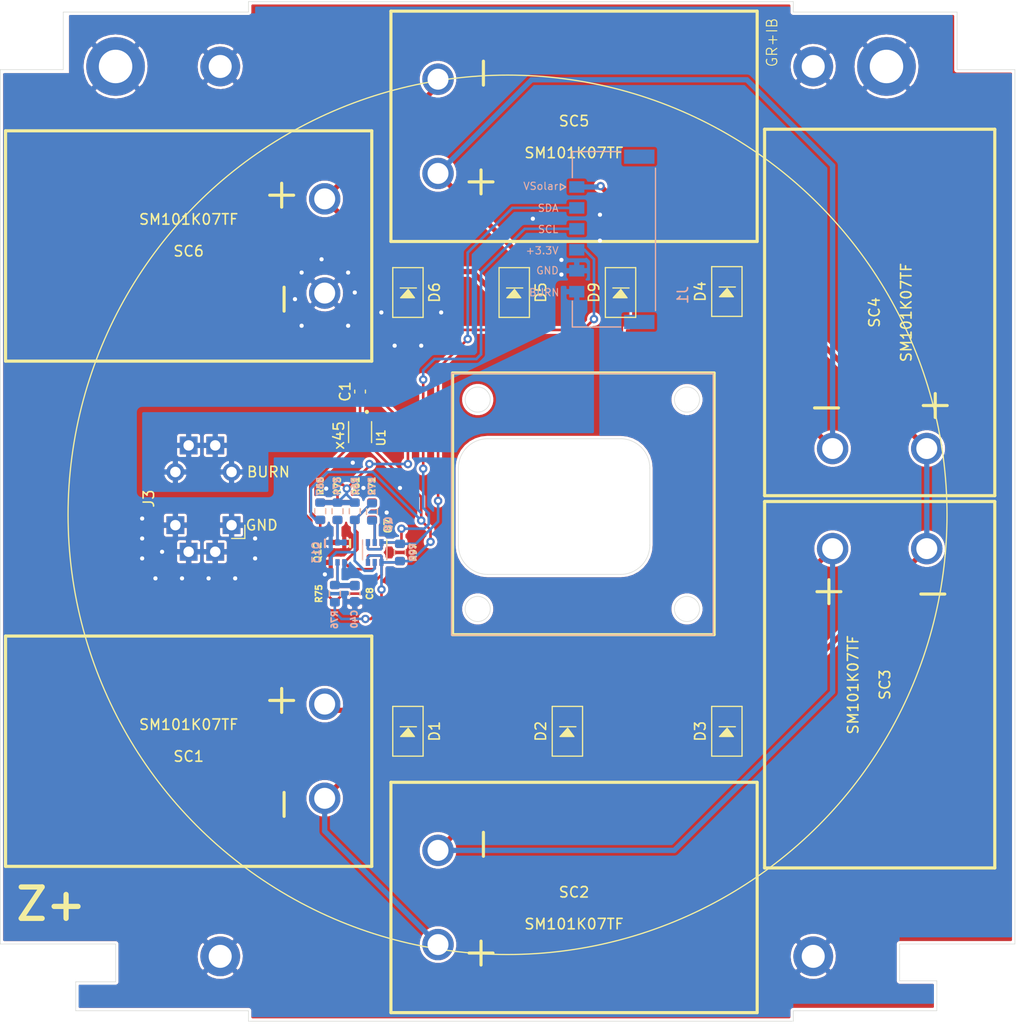
<source format=kicad_pcb>
(kicad_pcb (version 20171130) (host pcbnew "(5.1.10)-1")
  (layers (0 F.Cu signal) (31 B.Cu signal) (34 B.Paste user hide) (35 F.Paste user hide) (36 B.SilkS user) (37 F.SilkS user) (38 B.Mask user hide) (39 F.Mask user hide) (44 Edge.Cuts user))
  (net 0 "")
  (net 1 "Net-(D1-Pad2)")
  (net 2 "Net-(D1-Pad1)")
  (net 3 "Net-(D2-Pad2)")
  (net 4 "Net-(D3-Pad2)")
  (net 5 "Net-(D4-Pad2)")
  (net 6 "Net-(D5-Pad2)")
  (net 7 GND)
  (net 8 VSOLAR)
  (net 9 +3V3)
  (net 10 SDA)
  (net 11 SCL)
  (net 12 BURN)
  (net 13 "Net-(C8-Pad1)")
  (net 14 "Net-(C40-Pad1)")
  (net 15 "Net-(Q12-Pad6)")
  (net 16 "Net-(Q7-Pad2)")
  (net 17 SCL_SUN)
  (net 18 "Net-(Q13-Pad6)")
  (net 19 "Net-(Q8-Pad2)")
  (net 20 SDA_SUN)
  (net 21 "Net-(Q12-Pad2)")
  (net 22 "Net-(Q13-Pad2)")
  (module sapling:CoralCamera (layer F.Cu) (at 156.464 81.3435)
    (fp_text reference REF** hide)
    (fp_text value CoralCamera)
  )
  (module sapling:DO-214AC (layer F.Cu) (at 160.02 74.93 270)
    (fp_text reference D9 (at 0 2.54 90) (layer F.SilkS))
    (fp_text value CDBA240LL-HF)
    (pad 2 smd rect (at 2 0 270) (size 2.5 1.7) (layers F.Cu F.Paste F.Mask) (net 2 "Net-(D1-Pad1)"))
    (pad 1 smd rect (at -2 0 270) (size 2.5 1.7) (layers F.Cu F.Paste F.Mask) (net 8 VSOLAR))
  )
  (module MountingHole:MountingHole_2.2mm_M2_DIN965_Pad_TopBottom (layer F.Cu) (at 121.76 53.34)
    (fp_text reference H6)
    (fp_text value MountingHole_Pad)
    (pad 1 connect circle (at 0 0) (size 3.8 3.8) (layers B.Cu B.Mask) (net 7 GND))
    (pad 1 connect circle (at 0 0) (size 3.8 3.8) (layers F.Cu F.Mask) (net 7 GND))
    (pad 1 thru_hole circle (at 0 0) (size 2.6 2.6) (drill 2.2) (layers *.Cu *.Mask) (net 7 GND))
  )
  (module MountingHole:MountingHole_2.2mm_M2_DIN965_Pad_TopBottom (layer F.Cu) (at 178.434 138.34)
    (fp_text reference H5)
    (fp_text value MountingHole_Pad)
    (pad 1 connect circle (at 0 0) (size 3.8 3.8) (layers B.Cu B.Mask) (net 7 GND))
    (pad 1 connect circle (at 0 0) (size 3.8 3.8) (layers F.Cu F.Mask) (net 7 GND))
    (pad 1 thru_hole circle (at 0 0) (size 2.6 2.6) (drill 2.2) (layers *.Cu *.Mask) (net 7 GND))
  )
  (module MountingHole:MountingHole_2.2mm_M2_DIN965_Pad_TopBottom (layer F.Cu) (at 178.434 53.34)
    (fp_text reference H4)
    (fp_text value MountingHole_Pad)
    (pad 1 connect circle (at 0 0) (size 3.8 3.8) (layers B.Cu B.Mask) (net 7 GND))
    (pad 1 connect circle (at 0 0) (size 3.8 3.8) (layers F.Cu F.Mask) (net 7 GND))
    (pad 1 thru_hole circle (at 0 0) (size 2.6 2.6) (drill 2.2) (layers *.Cu *.Mask) (net 7 GND))
  )
  (module MountingHole:MountingHole_2.2mm_M2_DIN965_Pad_TopBottom (layer F.Cu) (at 121.76 138.34)
    (fp_text reference H3)
    (fp_text value MountingHole_Pad)
    (pad 1 connect circle (at 0 0) (size 3.8 3.8) (layers B.Cu B.Mask) (net 7 GND))
    (pad 1 connect circle (at 0 0) (size 3.8 3.8) (layers F.Cu F.Mask) (net 7 GND))
    (pad 1 thru_hole circle (at 0 0) (size 2.6 2.6) (drill 2.2) (layers *.Cu *.Mask) (net 7 GND))
  )
  (module sapling:SM101K07TF (layer F.Cu) (at 184.785 76.835 270)
    (fp_text reference SC4 (at 0 0.5 90) (layer F.SilkS))
    (fp_text value SM101K07TF (at 0 -2.54 90) (layer F.SilkS))
    (fp_text user - (at 8.89 5.08) (layer F.SilkS) (effects (font (size 3 3) (thickness 0.3))))
    (fp_text user + (at 8.89 -5.08 90) (layer F.SilkS) (effects (font (size 3 3) (thickness 0.3))))
    (pad 2 thru_hole circle (at 13 4.5 270) (size 3 3) (drill 2) (layers *.Cu *.Mask) (net 5 "Net-(D4-Pad2)"))
    (pad 1 thru_hole circle (at 13 -4.5 270) (size 3 3) (drill 2) (layers *.Cu *.Mask) (net 4 "Net-(D3-Pad2)"))
  )
  (module sapling:SM101K07TF (layer F.Cu) (at 184.785 112.395 90)
    (fp_text reference SC3 (at 0 0.5 90) (layer F.SilkS))
    (fp_text value SM101K07TF (at 0 -2.54 90) (layer F.SilkS))
    (fp_text user - (at 8.89 5.08) (layer F.SilkS) (effects (font (size 3 3) (thickness 0.3))))
    (fp_text user + (at 8.89 -5.08 90) (layer F.SilkS) (effects (font (size 3 3) (thickness 0.3))))
    (pad 2 thru_hole circle (at 13 4.5 90) (size 3 3) (drill 2) (layers *.Cu *.Mask) (net 4 "Net-(D3-Pad2)"))
    (pad 1 thru_hole circle (at 13 -4.5 90) (size 3 3) (drill 2) (layers *.Cu *.Mask) (net 3 "Net-(D2-Pad2)"))
  )
  (module sapling:SM101K07TF (layer F.Cu) (at 155.575 132.715 180)
    (fp_text reference SC2 (at 0 0.5) (layer F.SilkS))
    (fp_text value SM101K07TF (at 0 -2.54) (layer F.SilkS))
    (fp_text user - (at 8.89 5.08 90) (layer F.SilkS) (effects (font (size 3 3) (thickness 0.3))))
    (fp_text user + (at 8.89 -5.08) (layer F.SilkS) (effects (font (size 3 3) (thickness 0.3))))
    (pad 2 thru_hole circle (at 13 4.5 180) (size 3 3) (drill 2) (layers *.Cu *.Mask) (net 3 "Net-(D2-Pad2)"))
    (pad 1 thru_hole circle (at 13 -4.5 180) (size 3 3) (drill 2) (layers *.Cu *.Mask) (net 1 "Net-(D1-Pad2)"))
  )
  (module sapling:SM101K07TF (layer F.Cu) (at 118.745 118.745)
    (fp_text reference SC1 (at 0 0.5) (layer F.SilkS))
    (fp_text value SM101K07TF (at 0 -2.54) (layer F.SilkS))
    (fp_text user - (at 8.89 5.08 90) (layer F.SilkS) (effects (font (size 3 3) (thickness 0.3))))
    (fp_text user + (at 8.89 -5.08) (layer F.SilkS) (effects (font (size 3 3) (thickness 0.3))))
    (pad 2 thru_hole circle (at 13 4.5) (size 3 3) (drill 2) (layers *.Cu *.Mask) (net 1 "Net-(D1-Pad2)"))
    (pad 1 thru_hole circle (at 13 -4.5) (size 3 3) (drill 2) (layers *.Cu *.Mask) (net 2 "Net-(D1-Pad1)"))
  )
  (module MountingHole:MountingHole_3.2mm_M3_DIN965_Pad_TopBottom (layer F.Cu) (at 111.76 53.34)
    (fp_text reference H2)
    (fp_text value MountingHole_Pad)
    (pad 1 connect circle (at 0 0) (size 5.6 5.6) (layers B.Cu B.Mask) (net 7 GND))
    (pad 1 connect circle (at 0 0) (size 5.6 5.6) (layers F.Cu F.Mask) (net 7 GND))
    (pad 1 thru_hole circle (at 0 0) (size 3.6 3.6) (drill 3.2) (layers *.Cu *.Mask) (net 7 GND))
  )
  (module MountingHole:MountingHole_3.2mm_M3_DIN965_Pad_TopBottom (layer F.Cu) (at 185.434 53.34)
    (fp_text reference H1)
    (fp_text value MountingHole_Pad)
    (pad 1 connect circle (at 0 0) (size 5.6 5.6) (layers B.Cu B.Mask) (net 7 GND))
    (pad 1 connect circle (at 0 0) (size 5.6 5.6) (layers F.Cu F.Mask) (net 7 GND))
    (pad 1 thru_hole circle (at 0 0) (size 3.6 3.6) (drill 3.2) (layers *.Cu *.Mask) (net 7 GND))
  )
  (module sapling:DO-214AC (layer F.Cu) (at 170.18 74.835 270)
    (fp_text reference D4 (at 0 2.54 90) (layer F.SilkS))
    (fp_text value CDBA240LL-HF)
    (pad 2 smd rect (at 2 0 270) (size 2.5 1.7) (layers F.Cu F.Paste F.Mask) (net 5 "Net-(D4-Pad2)"))
    (pad 1 smd rect (at -2 0 270) (size 2.5 1.7) (layers F.Cu F.Paste F.Mask) (net 4 "Net-(D3-Pad2)"))
  )
  (module sapling:DO-214AC (layer F.Cu) (at 139.7 116.84 270)
    (fp_text reference D1 (at 0 -2.54 90) (layer F.SilkS))
    (fp_text value CDBA240LL-HF)
    (pad 2 smd rect (at 2 0 270) (size 2.5 1.7) (layers F.Cu F.Paste F.Mask) (net 1 "Net-(D1-Pad2)"))
    (pad 1 smd rect (at -2 0 270) (size 2.5 1.7) (layers F.Cu F.Paste F.Mask) (net 2 "Net-(D1-Pad1)"))
  )
  (module sapling:SM101K07TF (layer F.Cu) (at 118.745 70.485)
    (fp_text reference SC6 (at 0 0.5) (layer F.SilkS))
    (fp_text value SM101K07TF (at 0 -2.54) (layer F.SilkS))
    (fp_text user - (at 8.89 5.08 90) (layer F.SilkS) (effects (font (size 3 3) (thickness 0.3))))
    (fp_text user + (at 8.89 -5.08) (layer F.SilkS) (effects (font (size 3 3) (thickness 0.3))))
    (pad 2 thru_hole circle (at 13 4.5) (size 3 3) (drill 2) (layers *.Cu *.Mask) (net 7 GND))
    (pad 1 thru_hole circle (at 13 -4.5) (size 3 3) (drill 2) (layers *.Cu *.Mask) (net 6 "Net-(D5-Pad2)"))
  )
  (module sapling:SM101K07TF (layer F.Cu) (at 155.575 59.055 180)
    (fp_text reference SC5 (at 0 0.5) (layer F.SilkS))
    (fp_text value SM101K07TF (at 0 -2.54) (layer F.SilkS))
    (fp_text user - (at 8.89 5.08 90) (layer F.SilkS) (effects (font (size 3 3) (thickness 0.3))))
    (fp_text user + (at 8.89 -5.08) (layer F.SilkS) (effects (font (size 3 3) (thickness 0.3))))
    (pad 2 thru_hole circle (at 13 4.5 180) (size 3 3) (drill 2) (layers *.Cu *.Mask) (net 6 "Net-(D5-Pad2)"))
    (pad 1 thru_hole circle (at 13 -4.5 180) (size 3 3) (drill 2) (layers *.Cu *.Mask) (net 5 "Net-(D4-Pad2)"))
  )
  (module sapling:DO-214AC (layer F.Cu) (at 139.7 74.93 270)
    (fp_text reference D6 (at 0 -2.54 270) (layer F.SilkS))
    (fp_text value CDBA240LL-HF)
    (pad 2 smd rect (at 2 0 270) (size 2.5 1.7) (layers F.Cu F.Paste F.Mask) (net 7 GND))
    (pad 1 smd rect (at -2 0 270) (size 2.5 1.7) (layers F.Cu F.Paste F.Mask) (net 6 "Net-(D5-Pad2)"))
  )
  (module sapling:DO-214AC (layer F.Cu) (at 149.86 74.93 270)
    (fp_text reference D5 (at 0 -2.54 90) (layer F.SilkS))
    (fp_text value CDBA240LL-HF)
    (pad 2 smd rect (at 2 0 270) (size 2.5 1.7) (layers F.Cu F.Paste F.Mask) (net 6 "Net-(D5-Pad2)"))
    (pad 1 smd rect (at -2 0 270) (size 2.5 1.7) (layers F.Cu F.Paste F.Mask) (net 5 "Net-(D4-Pad2)"))
  )
  (module sapling:DO-214AC (layer F.Cu) (at 170.18 116.84 270)
    (fp_text reference D3 (at 0 2.54 270) (layer F.SilkS))
    (fp_text value CDBA240LL-HF)
    (pad 2 smd rect (at 2 0 270) (size 2.5 1.7) (layers F.Cu F.Paste F.Mask) (net 4 "Net-(D3-Pad2)"))
    (pad 1 smd rect (at -2 0 270) (size 2.5 1.7) (layers F.Cu F.Paste F.Mask) (net 3 "Net-(D2-Pad2)"))
  )
  (module Capacitor_SMD:C_0603_1608Metric (layer B.Cu) (at 134.62 103.6955 270)
    (fp_text reference C40 (at 2.4384 0.0508 90) (layer B.SilkS) (effects (font (size 0.6 0.6)) (justify mirror)))
    (fp_text value 10nF)
    (pad 1 smd roundrect (at -0.775 0 270) (size 0.9 0.95) (layers B.Cu B.Paste B.Mask) (net 14 "Net-(C40-Pad1)"))
    (pad 2 smd roundrect (at 0.775 0 270) (size 0.9 0.95) (layers B.Cu B.Paste B.Mask) (net 7 GND))
  )
  (module sapling:BSS138DWQ-7 (layer F.Cu) (at 132.969 99.7585 270)
    (fp_text reference Q12 (at 0 1.905 90) (layer F.SilkS) (effects (font (size 0.7 0.7) (thickness 0.127))))
    (fp_text value BSS138DWQ-7 hide)
    (pad 1 smd rect (at -0.95 -0.65) (size 0.4 0.6) (layers F.Cu F.Paste F.Mask) (net 7 GND))
    (pad 2 smd rect (at -0.95 0) (size 0.4 0.6) (layers F.Cu F.Paste F.Mask) (net 21 "Net-(Q12-Pad2)"))
    (pad 3 smd rect (at -0.95 0.65) (size 0.4 0.6) (layers F.Cu F.Paste F.Mask) (net 21 "Net-(Q12-Pad2)"))
    (pad 4 smd rect (at 0.95 0.65) (size 0.4 0.6) (layers F.Cu F.Paste F.Mask) (net 7 GND))
    (pad 5 smd rect (at 0.95 0) (size 0.4 0.6) (layers F.Cu F.Paste F.Mask) (net 13 "Net-(C8-Pad1)"))
    (pad 6 smd rect (at 0.95 -0.65) (size 0.4 0.6) (layers F.Cu F.Paste F.Mask) (net 15 "Net-(Q12-Pad6)"))
  )
  (module Capacitor_SMD:C_0603_1608Metric (layer F.Cu) (at 134.62 103.6955 270)
    (fp_text reference C8 (at 0 -1.43 90) (layer F.SilkS) (effects (font (size 0.6 0.6))))
    (fp_text value 10nF)
    (pad 1 smd roundrect (at -0.775 0 270) (size 0.9 0.95) (layers F.Cu F.Paste F.Mask) (net 13 "Net-(C8-Pad1)"))
    (pad 2 smd roundrect (at 0.775 0 270) (size 0.9 0.95) (layers F.Cu F.Paste F.Mask) (net 7 GND))
  )
  (module Package_TO_SOT_SMD:SOT-363_SC-70-6 (layer F.Cu) (at 136.525 99.7585 270)
    (fp_text reference Q7 (at -2.54 -1.27 90) (layer F.SilkS) (effects (font (size 0.7 0.7))))
    (fp_text value MBT2222ADW1T1)
    (pad 1 smd rect (at -0.95 -0.65 270) (size 0.65 0.4) (layers F.Cu F.Paste F.Mask) (net 11 SCL))
    (pad 3 smd rect (at -0.95 0.65 270) (size 0.65 0.4) (layers F.Cu F.Paste F.Mask) (net 11 SCL))
    (pad 5 smd rect (at 0.95 0 270) (size 0.65 0.4) (layers F.Cu F.Paste F.Mask) (net 15 "Net-(Q12-Pad6)"))
    (pad 2 smd rect (at -0.95 0 270) (size 0.65 0.4) (layers F.Cu F.Paste F.Mask) (net 16 "Net-(Q7-Pad2)"))
    (pad 4 smd rect (at 0.95 0.65 270) (size 0.65 0.4) (layers F.Cu F.Paste F.Mask) (net 17 SCL_SUN))
    (pad 6 smd rect (at 0.95 -0.65 270) (size 0.65 0.4) (layers F.Cu F.Paste F.Mask) (net 17 SCL_SUN))
  )
  (module Package_TO_SOT_SMD:SOT-363_SC-70-6 (layer B.Cu) (at 136.525 99.7585 270)
    (fp_text reference Q8 (at -2.7178 -1.2954 90) (layer B.SilkS) (effects (font (size 0.7 0.7)) (justify mirror)))
    (fp_text value MBT2222ADW1T1)
    (pad 1 smd rect (at -0.95 0.65 270) (size 0.65 0.4) (layers B.Cu B.Paste B.Mask) (net 10 SDA))
    (pad 3 smd rect (at -0.95 -0.65 270) (size 0.65 0.4) (layers B.Cu B.Paste B.Mask) (net 10 SDA))
    (pad 5 smd rect (at 0.95 0 270) (size 0.65 0.4) (layers B.Cu B.Paste B.Mask) (net 18 "Net-(Q13-Pad6)"))
    (pad 2 smd rect (at -0.95 0 270) (size 0.65 0.4) (layers B.Cu B.Paste B.Mask) (net 19 "Net-(Q8-Pad2)"))
    (pad 4 smd rect (at 0.95 -0.65 270) (size 0.65 0.4) (layers B.Cu B.Paste B.Mask) (net 20 SDA_SUN))
    (pad 6 smd rect (at 0.95 0.65 270) (size 0.65 0.4) (layers B.Cu B.Paste B.Mask) (net 20 SDA_SUN))
  )
  (module Resistor_SMD:R_0603_1608Metric (layer B.Cu) (at 134.62 95.8215 270)
    (fp_text reference R62 (at -2.3876 0 90) (layer B.SilkS) (effects (font (size 0.6 0.6)) (justify mirror)))
    (fp_text value 10K)
    (pad 1 smd roundrect (at -0.825 0 270) (size 0.8 0.95) (layers B.Cu B.Paste B.Mask) (net 9 +3V3))
    (pad 2 smd roundrect (at 0.825 0 270) (size 0.8 0.95) (layers B.Cu B.Paste B.Mask) (net 18 "Net-(Q13-Pad6)"))
  )
  (module sapling:BSS138DWQ-7 (layer B.Cu) (at 132.969 99.7585 270)
    (fp_text reference Q13 (at 0 2.06 90) (layer B.SilkS) (effects (font (size 0.7 0.7) (thickness 0.127)) (justify mirror)))
    (fp_text value BSS138DWQ-7 hide)
    (pad 1 smd rect (at -0.95 0.65 180) (size 0.4 0.6) (layers B.Cu B.Paste B.Mask) (net 7 GND))
    (pad 2 smd rect (at -0.95 0 180) (size 0.4 0.6) (layers B.Cu B.Paste B.Mask) (net 22 "Net-(Q13-Pad2)"))
    (pad 3 smd rect (at -0.95 -0.65 180) (size 0.4 0.6) (layers B.Cu B.Paste B.Mask) (net 22 "Net-(Q13-Pad2)"))
    (pad 4 smd rect (at 0.95 -0.65 180) (size 0.4 0.6) (layers B.Cu B.Paste B.Mask) (net 7 GND))
    (pad 5 smd rect (at 0.95 0 180) (size 0.4 0.6) (layers B.Cu B.Paste B.Mask) (net 14 "Net-(C40-Pad1)"))
    (pad 6 smd rect (at 0.95 0.65 180) (size 0.4 0.6) (layers B.Cu B.Paste B.Mask) (net 18 "Net-(Q13-Pad6)"))
  )
  (module Resistor_SMD:R_0603_1608Metric (layer F.Cu) (at 134.62 95.8215 270)
    (fp_text reference R61 (at -2.413 -0.127 90) (layer F.SilkS) (effects (font (size 0.6 0.6))))
    (fp_text value 10K)
    (pad 1 smd roundrect (at -0.825 0 270) (size 0.8 0.95) (layers F.Cu F.Paste F.Mask) (net 9 +3V3))
    (pad 2 smd roundrect (at 0.825 0 270) (size 0.8 0.95) (layers F.Cu F.Paste F.Mask) (net 15 "Net-(Q12-Pad6)"))
  )
  (module Resistor_SMD:R_0603_1608Metric (layer F.Cu) (at 131.318 95.8215 270)
    (fp_text reference R66 (at -2.413 0 90) (layer F.SilkS) (effects (font (size 0.6 0.6))))
    (fp_text value 10K)
    (pad 1 smd roundrect (at -0.825 0 270) (size 0.8 0.95) (layers F.Cu F.Paste F.Mask) (net 9 +3V3))
    (pad 2 smd roundrect (at 0.825 0 270) (size 0.8 0.95) (layers F.Cu F.Paste F.Mask) (net 17 SCL_SUN))
  )
  (module Resistor_SMD:R_0603_1608Metric (layer B.Cu) (at 132.969 95.8215 270)
    (fp_text reference R74 (at -2.3876 0.0762 90) (layer B.SilkS) (effects (font (size 0.6 0.6)) (justify mirror)))
    (fp_text value 100K)
    (pad 1 smd roundrect (at -0.825 0 270) (size 0.8 0.95) (layers B.Cu B.Paste B.Mask) (net 9 +3V3))
    (pad 2 smd roundrect (at 0.825 0 270) (size 0.8 0.95) (layers B.Cu B.Paste B.Mask) (net 22 "Net-(Q13-Pad2)"))
  )
  (module Resistor_SMD:R_0603_1608Metric (layer B.Cu) (at 132.715 103.6955 90)
    (fp_text reference R76 (at -2.4892 -0.0254 90) (layer B.SilkS) (effects (font (size 0.6 0.6)) (justify mirror)))
    (fp_text value 200K)
    (pad 1 smd roundrect (at -0.825 0 90) (size 0.8 0.95) (layers B.Cu B.Paste B.Mask) (net 20 SDA_SUN))
    (pad 2 smd roundrect (at 0.825 0 90) (size 0.8 0.95) (layers B.Cu B.Paste B.Mask) (net 14 "Net-(C40-Pad1)"))
  )
  (module Resistor_SMD:R_0603_1608Metric (layer F.Cu) (at 138.938 99.7585 90)
    (fp_text reference R97 (at 0 1.27 90) (layer F.SilkS) (effects (font (size 0.6 0.6))))
    (fp_text value 0)
    (pad 1 smd roundrect (at -0.825 0 90) (size 0.8 0.95) (layers F.Cu F.Paste F.Mask) (net 17 SCL_SUN))
    (pad 2 smd roundrect (at 0.825 0 90) (size 0.8 0.95) (layers F.Cu F.Paste F.Mask) (net 11 SCL))
  )
  (module Resistor_SMD:R_0603_1608Metric (layer B.Cu) (at 136.271 95.8845 90)
    (fp_text reference R72 (at 2.4506 -0.0254 90) (layer B.SilkS) (effects (font (size 0.6 0.6)) (justify mirror)))
    (fp_text value 680)
    (pad 1 smd roundrect (at -0.825 0 90) (size 0.8 0.95) (layers B.Cu B.Paste B.Mask) (net 19 "Net-(Q8-Pad2)"))
    (pad 2 smd roundrect (at 0.825 0 90) (size 0.8 0.95) (layers B.Cu B.Paste B.Mask) (net 18 "Net-(Q13-Pad6)"))
  )
  (module Resistor_SMD:R_0603_1608Metric (layer F.Cu) (at 132.969 95.8215 270)
    (fp_text reference R73 (at -2.413 0 90) (layer F.SilkS) (effects (font (size 0.6 0.6))))
    (fp_text value 100K)
    (pad 1 smd roundrect (at -0.825 0 270) (size 0.8 0.95) (layers F.Cu F.Paste F.Mask) (net 9 +3V3))
    (pad 2 smd roundrect (at 0.825 0 270) (size 0.8 0.95) (layers F.Cu F.Paste F.Mask) (net 21 "Net-(Q12-Pad2)"))
  )
  (module Resistor_SMD:R_0603_1608Metric (layer B.Cu) (at 131.318 95.8215 270)
    (fp_text reference R67 (at -2.3876 0 90) (layer B.SilkS) (effects (font (size 0.6 0.6)) (justify mirror)))
    (fp_text value 10K)
    (pad 1 smd roundrect (at -0.825 0 270) (size 0.8 0.95) (layers B.Cu B.Paste B.Mask) (net 9 +3V3))
    (pad 2 smd roundrect (at 0.825 0 270) (size 0.8 0.95) (layers B.Cu B.Paste B.Mask) (net 20 SDA_SUN))
  )
  (module Resistor_SMD:R_0603_1608Metric (layer F.Cu) (at 132.715 103.6955 90)
    (fp_text reference R75 (at 0 -1.524 90) (layer F.SilkS) (effects (font (size 0.6 0.6))))
    (fp_text value 200K)
    (pad 1 smd roundrect (at -0.825 0 90) (size 0.8 0.95) (layers F.Cu F.Paste F.Mask) (net 17 SCL_SUN))
    (pad 2 smd roundrect (at 0.825 0 90) (size 0.8 0.95) (layers F.Cu F.Paste F.Mask) (net 13 "Net-(C8-Pad1)"))
  )
  (module Resistor_SMD:R_0603_1608Metric (layer B.Cu) (at 138.938 99.7585 90)
    (fp_text reference R98 (at 0.0254 1.2192 90) (layer B.SilkS) (effects (font (size 0.6 0.6)) (justify mirror)))
    (fp_text value 0)
    (pad 1 smd roundrect (at -0.825 0 90) (size 0.8 0.95) (layers B.Cu B.Paste B.Mask) (net 20 SDA_SUN))
    (pad 2 smd roundrect (at 0.825 0 90) (size 0.8 0.95) (layers B.Cu B.Paste B.Mask) (net 10 SDA))
  )
  (module Resistor_SMD:R_0603_1608Metric (layer F.Cu) (at 136.271 95.8215 90)
    (fp_text reference R71 (at 2.413 0 90) (layer F.SilkS) (effects (font (size 0.6 0.6))))
    (fp_text value 680)
    (pad 1 smd roundrect (at -0.825 0 90) (size 0.8 0.95) (layers F.Cu F.Paste F.Mask) (net 16 "Net-(Q7-Pad2)"))
    (pad 2 smd roundrect (at 0.825 0 90) (size 0.8 0.95) (layers F.Cu F.Paste F.Mask) (net 15 "Net-(Q12-Pad6)"))
  )
  (module sapling:Burn_Wire_Connection (layer F.Cu) (at 125.095 100.965 180)
    (fp_text reference J3 (at 10.16 6.35 90) (layer F.SilkS))
    (fp_text value Conn_01x02)
    (fp_text user BURN (at -1.27 8.89) (layer F.SilkS))
    (fp_text user GND (at -0.635 3.81) (layer F.SilkS))
    (pad 1 thru_hole rect (at 7.62 3.81 180) (size 1.7 1.7) (drill 1) (layers *.Cu *.Mask) (net 7 GND))
    (pad 2 thru_hole oval (at 7.62 8.89 180) (size 1.7 1.7) (drill 1) (layers *.Cu *.Mask) (net 12 BURN))
    (pad 2 thru_hole rect (at 6.35 11.43 180) (size 1.7 1.7) (drill 1) (layers *.Cu *.Mask) (net 12 BURN))
    (pad 2 thru_hole rect (at 3.81 11.43 180) (size 1.7 1.7) (drill 1) (layers *.Cu *.Mask) (net 12 BURN))
    (pad 1 thru_hole rect (at 6.35 1.27 180) (size 1.7 1.7) (drill 1) (layers *.Cu *.Mask) (net 7 GND))
    (pad 1 thru_hole rect (at 3.81 1.27 180) (size 1.7 1.7) (drill 1) (layers *.Cu *.Mask) (net 7 GND))
    (pad 1 thru_hole rect (at 2.25 3.81 180) (size 1.7 1.7) (drill 1) (layers *.Cu *.Mask) (net 7 GND))
    (pad 2 thru_hole oval (at 2.25 8.89 180) (size 1.7 1.7) (drill 1) (layers *.Cu *.Mask) (net 12 BURN))
  )
  (module sapling:OPT3001 (layer F.Cu) (at 135.128 88.265 270)
    (fp_text reference U1 (at 0.54 -2.008 90) (layer F.SilkS) (effects (font (size 0.8 0.8))))
    (fp_text value OPT3001DNPT)
    (pad 1 smd rect (at -0.995 -0.65 270) (size 0.74 0.27) (layers F.Cu F.Paste F.Mask) (net 9 +3V3))
    (pad 2 smd rect (at -0.995 0 270) (size 0.74 0.27) (layers F.Cu F.Paste F.Mask) (net 9 +3V3))
    (pad 3 smd rect (at -0.995 0.65 270) (size 0.74 0.27) (layers F.Cu F.Paste F.Mask) (net 7 GND))
    (pad 4 smd rect (at 0.995 0.65 270) (size 0.74 0.27) (layers F.Cu F.Paste F.Mask) (net 17 SCL_SUN))
    (pad 5 smd rect (at 0.995 0 270) (size 0.74 0.27) (layers F.Cu F.Paste F.Mask))
    (pad 6 smd rect (at 0.995 -0.65 270) (size 0.74 0.27) (layers F.Cu F.Paste F.Mask) (net 20 SDA_SUN))
    (pad 7 smd rect (at 0 0 270) (size 0.65 1.35) (layers F.Cu F.Mask) (net 7 GND))
  )
  (module Capacitor_SMD:C_0603_1608Metric (layer F.Cu) (at 135.128 84.3915 90)
    (fp_text reference C1 (at 0 -1.43 90) (layer F.SilkS))
    (fp_text value 100nF)
    (pad 2 smd roundrect (at 0.775 0 90) (size 0.9 0.95) (layers F.Cu F.Paste F.Mask) (net 7 GND))
    (pad 1 smd roundrect (at -0.775 0 90) (size 0.9 0.95) (layers F.Cu F.Paste F.Mask) (net 9 +3V3))
  )
  (module sapling:MOLEX_2053380006 (layer B.Cu) (at 159.385 69.85 90)
    (fp_text reference J1 (at -5.325 6.585 90) (layer B.SilkS) (effects (justify mirror)))
    (fp_text value Conn_01x06)
    (pad 1 smd rect (at 5 -3.55 90) (size 1.1 1.45) (layers B.Cu B.Paste) (net 8 VSOLAR))
    (pad S2 smd rect (at -7.895 2.425 90) (size 1.35 2.9) (layers B.Cu B.Paste))
    (pad S1 smd rect (at 7.895 2.425 90) (size 1.35 2.9) (layers B.Cu B.Paste))
    (pad 2 smd rect (at 3 -3.55 90) (size 1.1 1.45) (layers B.Cu B.Paste) (net 10 SDA))
    (pad 3 smd rect (at 1 -3.55 90) (size 1.1 1.45) (layers B.Cu B.Paste) (net 11 SCL))
    (pad 4 smd rect (at -1 -3.55 90) (size 1.1 1.45) (layers B.Cu B.Paste) (net 9 +3V3))
    (pad 5 smd rect (at -3 -3.55 90) (size 1.1 1.45) (layers B.Cu B.Paste) (net 7 GND))
    (pad 6 smd rect (at -5 -3.55 90) (size 1.1 1.45) (layers B.Cu B.Paste) (net 12 BURN))
  )
  (module sapling:DO-214AC (layer F.Cu) (at 154.94 116.84 270)
    (fp_text reference D2 (at 0 2.54 270) (layer F.SilkS))
    (fp_text value CDBA240LL-HF)
    (pad 2 smd rect (at 2 0 270) (size 2.5 1.7) (layers F.Cu F.Paste F.Mask) (net 3 "Net-(D2-Pad2)"))
    (pad 1 smd rect (at -2 0 270) (size 2.5 1.7) (layers F.Cu F.Paste F.Mask) (net 1 "Net-(D1-Pad2)"))
  )
  (gr_text x45 (at 133.096 88.5825 90) (layer F.SilkS) (effects (font (size 1 1))))
  (gr_text GR+IB (at 174.498 51.054 90) (layer F.SilkS) (effects (font (size 1 1) (thickness 0.1))))
  (gr_arc (start 160.02 99.06) (end 160.02 101.854) (angle -90) (layer Edge.Cuts) (width 0.05))
  (gr_arc (start 160.02 91.694) (end 162.814 91.694) (angle -90) (layer Edge.Cuts) (width 0.05))
  (gr_arc (start 147.32 91.694) (end 147.32 88.9) (angle -90) (layer Edge.Cuts) (width 0.05))
  (gr_arc (start 147.32 99.06) (end 144.526 99.06) (angle -90) (layer Edge.Cuts) (width 0.05))
  (gr_line (start 162.814 99.06) (end 162.814 91.694) (layer Edge.Cuts) (width 0.05))
  (gr_line (start 147.32 101.854) (end 160.02 101.854) (layer Edge.Cuts) (width 0.05))
  (gr_line (start 144.526 91.694) (end 144.526 99.06) (layer Edge.Cuts) (width 0.05))
  (gr_line (start 160.02 88.9) (end 147.32 88.9) (layer Edge.Cuts) (width 0.05))
  (gr_line (start 143.87 82.655) (end 168.87 82.655) (layer B.SilkS) (width 0.12))
  (gr_line (start 143.87 107.655) (end 168.87 107.655) (layer B.SilkS) (width 0.12))
  (gr_line (start 168.87 107.655) (end 168.87 82.655) (layer B.SilkS) (width 0.12))
  (gr_line (start 143.87 107.655) (end 143.87 82.655) (layer B.SilkS) (width 0.12))
  (gr_text BURN (at 152.7175 74.93) (layer B.SilkS) (effects (font (size 0.7 0.7) (thickness 0.1))))
  (gr_text GND (at 153.035 72.8345) (layer B.SilkS) (effects (font (size 0.7 0.7) (thickness 0.1))))
  (gr_text +3.3V (at 152.527 70.9295) (layer B.SilkS) (effects (font (size 0.7 0.7) (thickness 0.1))))
  (gr_text SCL (at 153.0985 68.8975) (layer B.SilkS) (effects (font (size 0.7 0.7) (thickness 0.1))))
  (gr_text SDA (at 153.0985 66.8655) (layer B.SilkS) (effects (font (size 0.7 0.7) (thickness 0.1))))
  (gr_text VSolar (at 152.4 64.77) (layer B.SilkS) (effects (font (size 0.7 0.7) (thickness 0.1))))
  (gr_circle (center 146.37 105.155) (end 147.57 105.155) (layer Edge.Cuts) (width 0.05))
  (gr_circle (center 166.37 105.155) (end 167.57 105.155) (layer Edge.Cuts) (width 0.05))
  (gr_circle (center 166.37 85.155) (end 167.57 85.155) (layer Edge.Cuts) (width 0.05))
  (gr_circle (center 146.37 85.155) (end 147.57 85.155) (layer Edge.Cuts) (width 0.05))
  (gr_line (start 176.53 143.538) (end 186.69 143.538) (layer Edge.Cuts) (width 0.05))
  (gr_line (start 107.95 143.538) (end 124.46 143.538) (layer Edge.Cuts) (width 0.05))
  (gr_line (start 176.53 144.538) (end 124.46 144.538) (layer Edge.Cuts) (width 0.05))
  (gr_line (start 124.46 144.538) (end 124.46 143.538) (layer Edge.Cuts) (width 0.05))
  (gr_line (start 176.53 143.538) (end 176.53 144.538) (layer Edge.Cuts) (width 0.05))
  (gr_line (start 176.53 48.14) (end 192.184 48.14) (layer Edge.Cuts) (width 0.05))
  (gr_line (start 176.53 47.14) (end 176.53 48.14) (layer Edge.Cuts) (width 0.05))
  (gr_line (start 124.46 47.14) (end 176.53 47.14) (layer Edge.Cuts) (width 0.05))
  (gr_line (start 124.46 48.14) (end 124.46 47.14) (layer Edge.Cuts) (width 0.05))
  (gr_text Z+ (at 105.6005 133.35) (layer F.SilkS) (effects (font (size 3 3) (thickness 0.5))))
  (gr_circle (center 149.22 96.164) (end 191.22 96.164) (layer F.SilkS) (width 0.12))
  (gr_line (start 192.184 48.14) (end 192.184 53.64) (layer Edge.Cuts) (width 0.05))
  (gr_line (start 197.708 53.64) (end 192.184 53.64) (layer Edge.Cuts) (width 0.05))
  (gr_line (start 106.76 53.64) (end 106.76 48.14) (layer Edge.Cuts) (width 0.05))
  (gr_line (start 100.74 53.64) (end 106.76 53.64) (layer Edge.Cuts) (width 0.05))
  (gr_line (start 111.76 137.16) (end 100.74 137.16) (layer Edge.Cuts) (width 0.05))
  (gr_line (start 111.76 140.77) (end 111.76 137.16) (layer Edge.Cuts) (width 0.05))
  (gr_line (start 107.95 140.77) (end 111.76 140.77) (layer Edge.Cuts) (width 0.05))
  (gr_line (start 107.95 143.538) (end 107.95 140.77) (layer Edge.Cuts) (width 0.05))
  (gr_line (start 190.246 140.67) (end 190.246 143.538) (layer Edge.Cuts) (width 0.05))
  (gr_line (start 186.69 140.67) (end 190.246 140.67) (layer Edge.Cuts) (width 0.05))
  (gr_line (start 190.246 143.538) (end 186.69 143.538) (layer Edge.Cuts) (width 0.05))
  (gr_line (start 186.69 137.16) (end 197.708 137.16) (layer Edge.Cuts) (width 0.05))
  (gr_line (start 186.69 140.67) (end 186.69 137.16) (layer Edge.Cuts) (width 0.05))
  (gr_line (start 106.76 48.14) (end 124.46 48.14) (layer Edge.Cuts) (width 0.05))
  (gr_line (start 197.708 53.64) (end 197.708 137.16) (layer Edge.Cuts) (width 0.05))
  (gr_line (start 100.74 53.64) (end 100.74 137.16) (layer Edge.Cuts) (width 0.05))
  (segment (start 131.318 94.9965) (end 132.969 94.9965) (width 0.5) (layer F.Cu) (net 9))
  (segment (start 132.969 94.9965) (end 134.62 94.9965) (width 0.5) (layer F.Cu) (net 9))
  (segment (start 134.62 94.9965) (end 132.969 94.9965) (width 0.5) (layer B.Cu) (net 9))
  (segment (start 132.969 94.9965) (end 131.318 94.9965) (width 0.5) (layer B.Cu) (net 9))
  (segment (start 133.858 93.6625) (end 133.858 94.1075) (width 0.25) (layer B.Cu) (net 9))
  (segment (start 133.477 93.2815) (end 133.731 93.5355) (width 0.25) (layer F.Cu) (net 9))
  (segment (start 132.969 93.2815) (end 132.969 94.9965) (width 0.25) (layer F.Cu) (net 9))
  (segment (start 132.969 93.2815) (end 133.477 93.2815) (width 0.25) (layer F.Cu) (net 9))
  (segment (start 133.858 93.6625) (end 133.858 93.6625) (width 0.25) (layer F.Cu) (net 9))
  (segment (start 133.858 93.6625) (end 133.858 94.2345) (width 0.25) (layer B.Cu) (net 9))
  (segment (start 133.858 94.1075) (end 132.969 94.9965) (width 0.25) (layer B.Cu) (net 9))
  (segment (start 133.858 94.2345) (end 134.62 94.9965) (width 0.25) (layer B.Cu) (net 9))
  (segment (start 133.731 93.5355) (end 133.858 93.6625) (width 0.25) (layer F.Cu) (net 9))
  (via (at 133.858 93.6625) (size 0.8) (drill 0.4) (layers F.Cu B.Cu) (net 9))
  (segment (start 137.175 98.8085) (end 138.813 98.8085) (width 0.25) (layer F.Cu) (net 11))
  (segment (start 137.175 99.3835) (end 137.099999 99.458501) (width 0.25) (layer F.Cu) (net 11))
  (segment (start 137.175 98.8085) (end 137.175 99.3835) (width 0.25) (layer F.Cu) (net 11))
  (segment (start 139.08321 98.78829) (end 138.938 98.9335) (width 0.25) (layer F.Cu) (net 11))
  (segment (start 135.875 99.3835) (end 135.875 98.8085) (width 0.25) (layer F.Cu) (net 11))
  (segment (start 135.950001 99.458501) (end 135.875 99.3835) (width 0.25) (layer F.Cu) (net 11))
  (segment (start 137.099999 99.458501) (end 135.950001 99.458501) (width 0.25) (layer F.Cu) (net 11))
  (segment (start 139.08321 97.49071) (end 139.08321 97.49071) (width 0.25) (layer B.Cu) (net 11))
  (segment (start 139.08321 97.49071) (end 139.08321 98.78829) (width 0.25) (layer F.Cu) (net 11))
  (segment (start 138.813 98.8085) (end 138.938 98.9335) (width 0.25) (layer F.Cu) (net 11))
  (via (at 139.08321 97.49071) (size 0.8) (drill 0.4) (layers F.Cu B.Cu) (net 11))
  (segment (start 137.175 99.3835) (end 137.099999 99.458501) (width 0.25) (layer B.Cu) (net 10))
  (segment (start 135.875 99.3835) (end 135.875 98.8085) (width 0.25) (layer B.Cu) (net 10))
  (segment (start 135.950001 99.458501) (end 135.875 99.3835) (width 0.25) (layer B.Cu) (net 10))
  (segment (start 138.813 98.8085) (end 138.938 98.9335) (width 0.25) (layer B.Cu) (net 10))
  (segment (start 137.175 98.8085) (end 138.813 98.8085) (width 0.25) (layer B.Cu) (net 10))
  (segment (start 137.175 98.8085) (end 137.175 99.3835) (width 0.25) (layer B.Cu) (net 10))
  (segment (start 137.099999 99.458501) (end 135.950001 99.458501) (width 0.25) (layer B.Cu) (net 10))
  (segment (start 134.62 102.9205) (end 132.765 102.9205) (width 0.5) (layer F.Cu) (net 13))
  (segment (start 132.765 102.9205) (end 132.715 102.8705) (width 0.5) (layer F.Cu) (net 13))
  (segment (start 132.969 102.6165) (end 132.715 102.8705) (width 0.25) (layer F.Cu) (net 13))
  (segment (start 132.969 100.7085) (end 132.969 102.6165) (width 0.25) (layer F.Cu) (net 13))
  (segment (start 132.765 102.9205) (end 132.715 102.8705) (width 0.5) (layer B.Cu) (net 14))
  (segment (start 132.969 102.6165) (end 132.715 102.8705) (width 0.25) (layer B.Cu) (net 14))
  (segment (start 134.62 102.9205) (end 132.765 102.9205) (width 0.5) (layer B.Cu) (net 14))
  (segment (start 132.969 100.7085) (end 132.969 102.6165) (width 0.25) (layer B.Cu) (net 14))
  (segment (start 138.813 100.7085) (end 138.938 100.5835) (width 0.25) (layer F.Cu) (net 17))
  (segment (start 137.175 100.1335) (end 137.175 100.7085) (width 0.25) (layer F.Cu) (net 17))
  (segment (start 130.81 98.1075) (end 130.81 102.6155) (width 0.25) (layer F.Cu) (net 17))
  (segment (start 131.318 97.5995) (end 130.81 98.1075) (width 0.25) (layer F.Cu) (net 17))
  (segment (start 135.950001 100.058499) (end 137.099999 100.058499) (width 0.25) (layer F.Cu) (net 17))
  (segment (start 131.318 103.1235) (end 132.715 104.5205) (width 0.25) (layer F.Cu) (net 17))
  (segment (start 130.81 102.6155) (end 131.318 103.1235) (width 0.25) (layer F.Cu) (net 17))
  (segment (start 137.099999 100.058499) (end 137.175 100.1335) (width 0.25) (layer F.Cu) (net 17))
  (segment (start 137.175 100.7085) (end 137.175 101.9025) (width 0.25) (layer F.Cu) (net 17))
  (segment (start 135.382 103.6955) (end 133.54 103.6955) (width 0.25) (layer F.Cu) (net 17))
  (segment (start 131.318 96.6465) (end 131.318 97.5995) (width 0.25) (layer F.Cu) (net 17))
  (segment (start 133.54 103.6955) (end 132.715 104.5205) (width 0.25) (layer F.Cu) (net 17))
  (segment (start 137.175 101.9025) (end 135.382 103.6955) (width 0.25) (layer F.Cu) (net 17))
  (segment (start 137.175 100.7085) (end 138.813 100.7085) (width 0.25) (layer F.Cu) (net 17))
  (segment (start 135.875 100.1335) (end 135.950001 100.058499) (width 0.25) (layer F.Cu) (net 17))
  (segment (start 135.875 100.7085) (end 135.875 100.1335) (width 0.25) (layer F.Cu) (net 17))
  (segment (start 138.938 100.5835) (end 139.002 100.5835) (width 0.25) (layer F.Cu) (net 17))
  (segment (start 136.525 96.9005) (end 136.525 98.8085) (width 0.25) (layer F.Cu) (net 16))
  (segment (start 136.271 96.6465) (end 136.525 96.9005) (width 0.25) (layer F.Cu) (net 16))
  (segment (start 136.525 101.2835) (end 136.449999 101.358501) (width 0.25) (layer F.Cu) (net 15))
  (segment (start 134.62 99.7075) (end 133.619 100.7085) (width 0.25) (layer F.Cu) (net 15))
  (segment (start 134.62 97.5995) (end 134.874 97.8535) (width 0.25) (layer F.Cu) (net 15))
  (segment (start 136.449999 101.358501) (end 134.269001 101.358501) (width 0.25) (layer F.Cu) (net 15))
  (segment (start 136.271 94.9965) (end 136.27 94.9965) (width 0.25) (layer F.Cu) (net 15))
  (segment (start 134.269001 101.358501) (end 133.619 100.7085) (width 0.25) (layer F.Cu) (net 15))
  (segment (start 136.525 100.7085) (end 136.525 101.2835) (width 0.25) (layer F.Cu) (net 15))
  (segment (start 134.874 99.4535) (end 134.62 99.7075) (width 0.25) (layer F.Cu) (net 15))
  (segment (start 136.27 94.9965) (end 134.62 96.6465) (width 0.25) (layer F.Cu) (net 15))
  (segment (start 134.874 97.8535) (end 134.874 99.4535) (width 0.25) (layer F.Cu) (net 15))
  (segment (start 134.62 96.6465) (end 134.62 97.5995) (width 0.25) (layer F.Cu) (net 15))
  (segment (start 136.064999 100.058499) (end 135.875 100.248498) (width 0.25) (layer B.Cu) (net 20))
  (segment (start 137.175 103.2995) (end 137.175 105.0775) (width 0.25) (layer F.Cu) (net 20))
  (segment (start 137.099999 100.058499) (end 136.064999 100.058499) (width 0.25) (layer B.Cu) (net 20))
  (segment (start 141.859 98.7425) (end 141.859 98.7425) (width 0.25) (layer B.Cu) (net 20))
  (segment (start 137.175 105.0775) (end 136.144 106.1085) (width 0.25) (layer F.Cu) (net 20))
  (segment (start 140.97 96.7105) (end 140.97 96.7105) (width 0.25) (layer B.Cu) (net 20))
  (segment (start 132.715 105.4735) (end 132.715 104.5205) (width 0.25) (layer B.Cu) (net 20))
  (segment (start 140.018 100.5835) (end 141.859 98.7425) (width 0.25) (layer B.Cu) (net 20))
  (segment (start 138.938 100.5835) (end 140.018 100.5835) (width 0.25) (layer B.Cu) (net 20))
  (segment (start 137.175 100.1335) (end 137.099999 100.058499) (width 0.25) (layer B.Cu) (net 20))
  (segment (start 133.35 106.1085) (end 132.715 105.4735) (width 0.25) (layer B.Cu) (net 20))
  (segment (start 141.859 97.5995) (end 140.97 96.7105) (width 0.25) (layer F.Cu) (net 20))
  (segment (start 138.813 100.7085) (end 138.938 100.5835) (width 0.25) (layer B.Cu) (net 20))
  (segment (start 137.175 103.2995) (end 137.175 103.2995) (width 0.25) (layer B.Cu) (net 20))
  (segment (start 135.875 100.248498) (end 135.875 100.7085) (width 0.25) (layer B.Cu) (net 20))
  (segment (start 141.859 98.7425) (end 141.859 97.5995) (width 0.25) (layer F.Cu) (net 20))
  (segment (start 137.175 100.7085) (end 138.813 100.7085) (width 0.25) (layer B.Cu) (net 20))
  (segment (start 137.175 100.7085) (end 137.175 103.2995) (width 0.25) (layer B.Cu) (net 20))
  (segment (start 136.144 106.1085) (end 135.636 106.1085) (width 0.25) (layer F.Cu) (net 20))
  (segment (start 135.636 106.1085) (end 135.636 106.1085) (width 0.25) (layer F.Cu) (net 20))
  (segment (start 132.715 104.5205) (end 132.715 104.4829) (width 0.25) (layer B.Cu) (net 20))
  (segment (start 135.636 106.1085) (end 133.35 106.1085) (width 0.25) (layer B.Cu) (net 20))
  (segment (start 137.175 100.7085) (end 137.175 100.1335) (width 0.25) (layer B.Cu) (net 20))
  (via (at 140.97 96.7105) (size 0.8) (drill 0.4) (layers F.Cu B.Cu) (net 20))
  (via (at 135.636 106.1085) (size 0.8) (drill 0.4) (layers F.Cu B.Cu) (net 20))
  (via (at 141.859 98.7425) (size 0.8) (drill 0.4) (layers F.Cu B.Cu) (net 20))
  (via (at 137.175 103.2995) (size 0.8) (drill 0.4) (layers F.Cu B.Cu) (net 20))
  (segment (start 136.271 96.7095) (end 136.525 96.9635) (width 0.25) (layer B.Cu) (net 19))
  (segment (start 136.525 96.9635) (end 136.525 98.8085) (width 0.25) (layer B.Cu) (net 19))
  (segment (start 136.525 100.7085) (end 136.525 101.2835) (width 0.25) (layer B.Cu) (net 18))
  (segment (start 135.567598 101.5111) (end 134.62 100.563502) (width 0.25) (layer B.Cu) (net 18))
  (segment (start 132.859398 99.7331) (end 132.319 100.273498) (width 0.25) (layer B.Cu) (net 18))
  (segment (start 136.207 95.0595) (end 134.62 96.6465) (width 0.25) (layer B.Cu) (net 18))
  (segment (start 132.319 100.273498) (end 132.319 100.7085) (width 0.25) (layer B.Cu) (net 18))
  (segment (start 134.62 100.563502) (end 134.62 99.7331) (width 0.25) (layer B.Cu) (net 18))
  (segment (start 134.62 99.7331) (end 134.62 96.6465) (width 0.25) (layer B.Cu) (net 18))
  (segment (start 136.525 101.2835) (end 136.2974 101.5111) (width 0.25) (layer B.Cu) (net 18))
  (segment (start 134.62 99.7331) (end 132.859398 99.7331) (width 0.25) (layer B.Cu) (net 18))
  (segment (start 136.2974 101.5111) (end 135.567598 101.5111) (width 0.25) (layer B.Cu) (net 18))
  (segment (start 136.271 95.0595) (end 136.207 95.0595) (width 0.25) (layer B.Cu) (net 18))
  (segment (start 132.969 98.8085) (end 132.969 96.6465) (width 0.25) (layer F.Cu) (net 21))
  (segment (start 132.969 98.8085) (end 132.319 98.8085) (width 0.5) (layer F.Cu) (net 21))
  (segment (start 133.619 98.8085) (end 132.969 98.8085) (width 0.5) (layer B.Cu) (net 22))
  (segment (start 132.969 96.6465) (end 132.969 98.8085) (width 0.25) (layer B.Cu) (net 22))
  (segment (start 143.7 114.84) (end 139.7 118.84) (width 0.5) (layer F.Cu) (net 1))
  (segment (start 154.94 114.84) (end 143.7 114.84) (width 0.5) (layer F.Cu) (net 1))
  (segment (start 136.15 118.84) (end 131.745 123.245) (width 0.5) (layer F.Cu) (net 1))
  (segment (start 139.7 118.84) (end 136.15 118.84) (width 0.5) (layer F.Cu) (net 1))
  (segment (start 131.745 126.385) (end 142.575 137.215) (width 0.5) (layer B.Cu) (net 1))
  (segment (start 131.745 123.245) (end 131.745 126.385) (width 0.5) (layer B.Cu) (net 1))
  (segment (start 132.34 114.84) (end 131.745 114.245) (width 0.5) (layer F.Cu) (net 2))
  (segment (start 139.7 114.84) (end 132.34 114.84) (width 0.5) (layer F.Cu) (net 2))
  (segment (start 139.7 114.84) (end 139.7 113.665) (width 0.5) (layer F.Cu) (net 2))
  (segment (start 139.7 113.665) (end 142.875 110.49) (width 0.5) (layer F.Cu) (net 2))
  (segment (start 160.02 76.93) (end 160.02 83.82) (width 0.5) (layer F.Cu) (net 2))
  (segment (start 164.686934 88.486934) (end 164.686934 101.759066) (width 0.5) (layer F.Cu) (net 2))
  (segment (start 160.02 83.82) (end 164.686934 88.486934) (width 0.5) (layer F.Cu) (net 2))
  (segment (start 155.956 110.49) (end 142.875 110.49) (width 0.5) (layer F.Cu) (net 2))
  (segment (start 164.686934 101.759066) (end 155.956 110.49) (width 0.5) (layer F.Cu) (net 2))
  (segment (start 170.18 109.5) (end 180.285 99.395) (width 0.5) (layer F.Cu) (net 3))
  (segment (start 170.18 114.84) (end 170.18 109.5) (width 0.5) (layer F.Cu) (net 3))
  (segment (start 180.285 99.395) (end 180.285 113.085) (width 0.5) (layer B.Cu) (net 3))
  (segment (start 165.155 128.215) (end 142.575 128.215) (width 0.5) (layer B.Cu) (net 3))
  (segment (start 180.285 113.085) (end 165.155 128.215) (width 0.5) (layer B.Cu) (net 3))
  (segment (start 151.95 118.84) (end 142.575 128.215) (width 0.5) (layer F.Cu) (net 3))
  (segment (start 154.94 118.84) (end 151.95 118.84) (width 0.5) (layer F.Cu) (net 3))
  (segment (start 189.285 89.835) (end 189.285 99.395) (width 0.5) (layer B.Cu) (net 4))
  (segment (start 172.285 72.835) (end 189.285 89.835) (width 0.5) (layer F.Cu) (net 4))
  (segment (start 170.18 72.835) (end 172.285 72.835) (width 0.5) (layer F.Cu) (net 4))
  (segment (start 170.18 118.5) (end 189.285 99.395) (width 0.5) (layer F.Cu) (net 4))
  (segment (start 170.18 118.84) (end 170.18 118.5) (width 0.5) (layer F.Cu) (net 4))
  (segment (start 142.575 63.555) (end 151.52 54.61) (width 0.5) (layer B.Cu) (net 5))
  (segment (start 151.52 54.61) (end 172.085 54.61) (width 0.5) (layer B.Cu) (net 5))
  (segment (start 180.285 62.81) (end 180.285 89.835) (width 0.5) (layer B.Cu) (net 5))
  (segment (start 172.085 54.61) (end 180.285 62.81) (width 0.5) (layer B.Cu) (net 5))
  (segment (start 149.86 70.84) (end 142.575 63.555) (width 0.5) (layer F.Cu) (net 5))
  (segment (start 149.86 72.93) (end 149.86 70.84) (width 0.5) (layer F.Cu) (net 5))
  (segment (start 170.18 79.73) (end 180.285 89.835) (width 0.5) (layer F.Cu) (net 5))
  (segment (start 170.18 76.835) (end 170.18 79.73) (width 0.5) (layer F.Cu) (net 5))
  (segment (start 142.575 55.155) (end 142.575 54.555) (width 0.5) (layer F.Cu) (net 6))
  (segment (start 131.745 65.985) (end 142.575 55.155) (width 0.5) (layer F.Cu) (net 6))
  (segment (start 138.69 72.93) (end 131.745 65.985) (width 0.5) (layer F.Cu) (net 6))
  (segment (start 139.7 72.93) (end 138.69 72.93) (width 0.5) (layer F.Cu) (net 6))
  (segment (start 145.86 72.93) (end 149.86 76.93) (width 0.5) (layer F.Cu) (net 6))
  (segment (start 139.7 72.93) (end 145.86 72.93) (width 0.5) (layer F.Cu) (net 6))
  (via (at 154.3685 73.2155) (size 0.8) (drill 0.4) (layers F.Cu B.Cu) (net 7))
  (via (at 154.3685 71.8185) (size 0.8) (drill 0.4) (layers F.Cu B.Cu) (net 7))
  (via (at 158.0515 67.5005) (size 0.8) (drill 0.4) (layers F.Cu B.Cu) (net 7))
  (via (at 158.0515 69.977) (size 0.8) (drill 0.4) (layers F.Cu B.Cu) (net 7))
  (via (at 151.638 67.8815) (size 0.8) (drill 0.4) (layers F.Cu B.Cu) (net 7))
  (via (at 114.3 96.52) (size 0.8) (drill 0.4) (layers F.Cu B.Cu) (net 7))
  (via (at 114.3 98.425) (size 0.8) (drill 0.4) (layers F.Cu B.Cu) (net 7))
  (via (at 114.3 100.33) (size 0.8) (drill 0.4) (layers F.Cu B.Cu) (net 7))
  (via (at 115.57 102.235) (size 0.8) (drill 0.4) (layers F.Cu B.Cu) (net 7))
  (via (at 118.11 102.235) (size 0.8) (drill 0.4) (layers F.Cu B.Cu) (net 7))
  (via (at 120.65 102.235) (size 0.8) (drill 0.4) (layers F.Cu B.Cu) (net 7))
  (via (at 123.19 102.235) (size 0.8) (drill 0.4) (layers F.Cu B.Cu) (net 7))
  (via (at 125.095 100.33) (size 0.8) (drill 0.4) (layers F.Cu B.Cu) (net 7))
  (via (at 125.095 98.425) (size 0.8) (drill 0.4) (layers F.Cu B.Cu) (net 7))
  (via (at 116.205 99.695) (size 0.8) (drill 0.4) (layers F.Cu B.Cu) (net 7))
  (via (at 137.16 76.835) (size 0.8) (drill 0.4) (layers F.Cu B.Cu) (net 7))
  (via (at 138.43 80.01) (size 0.8) (drill 0.4) (layers F.Cu B.Cu) (net 7))
  (via (at 140.97 80.01) (size 0.8) (drill 0.4) (layers F.Cu B.Cu) (net 7))
  (via (at 142.875 76.835) (size 0.8) (drill 0.4) (layers F.Cu B.Cu) (net 7))
  (via (at 129.54 78.105) (size 0.8) (drill 0.4) (layers F.Cu B.Cu) (net 7))
  (via (at 128.905 75.565) (size 0.8) (drill 0.4) (layers F.Cu B.Cu) (net 7))
  (via (at 129.54 73.025) (size 0.8) (drill 0.4) (layers F.Cu B.Cu) (net 7))
  (via (at 131.445 71.755) (size 0.8) (drill 0.4) (layers F.Cu B.Cu) (net 7))
  (via (at 133.985 73.025) (size 0.8) (drill 0.4) (layers F.Cu B.Cu) (net 7))
  (via (at 134.62 74.93) (size 0.8) (drill 0.4) (layers F.Cu B.Cu) (net 7))
  (via (at 133.985 78.105) (size 0.8) (drill 0.4) (layers F.Cu B.Cu) (net 7))
  (via (at 131.7625 101.854) (size 0.8) (drill 0.4) (layers F.Cu B.Cu) (net 7))
  (via (at 135.4455 93.599) (size 0.8) (drill 0.4) (layers F.Cu B.Cu) (net 7))
  (via (at 137.668 95.9485) (size 0.8) (drill 0.4) (layers F.Cu B.Cu) (net 7))
  (via (at 131.8895 93.6625) (size 0.8) (drill 0.4) (layers F.Cu B.Cu) (net 7))
  (via (at 134.4295 91.186) (size 0.8) (drill 0.4) (layers F.Cu B.Cu) (net 7))
  (via (at 138.938 93.599) (size 0.8) (drill 0.4) (layers F.Cu B.Cu) (net 7))
  (segment (start 160.02 72.93) (end 160.02 66.675) (width 0.5) (layer F.Cu) (net 8))
  (segment (start 160.02 66.675) (end 158.115 64.77) (width 0.5) (layer F.Cu) (net 8))
  (segment (start 158.115 64.77) (end 158.115 64.77) (width 0.5) (layer F.Cu) (net 8))
  (via (at 158.115 64.77) (size 0.8) (drill 0.4) (layers F.Cu B.Cu) (net 8))
  (segment (start 158.035 64.85) (end 158.115 64.77) (width 0.5) (layer B.Cu) (net 8))
  (segment (start 155.835 64.85) (end 158.035 64.85) (width 0.5) (layer B.Cu) (net 8))
  (segment (start 157.48 77.47) (end 157.48 77.47) (width 0.25) (layer F.Cu) (net 9))
  (via (at 157.48 77.47) (size 0.8) (drill 0.4) (layers F.Cu B.Cu) (net 9))
  (segment (start 155.835 70.85) (end 156.575 70.85) (width 0.25) (layer B.Cu) (net 9))
  (segment (start 157.48 71.755) (end 157.48 77.47) (width 0.25) (layer B.Cu) (net 9))
  (segment (start 156.575 70.85) (end 157.48 71.755) (width 0.25) (layer B.Cu) (net 9))
  (segment (start 134.4485 89.2305) (end 134.478 89.26) (width 0.25) (layer F.Cu) (net 17))
  (segment (start 135.128 85.1665) (end 135.128 87.27) (width 0.25) (layer F.Cu) (net 9))
  (segment (start 135.128 87.27) (end 135.778 87.27) (width 0.5) (layer F.Cu) (net 9))
  (segment (start 136.9565 85.1665) (end 135.128 85.1665) (width 0.25) (layer F.Cu) (net 9))
  (segment (start 143.617999 78.505001) (end 136.9565 85.1665) (width 0.25) (layer F.Cu) (net 9))
  (segment (start 156.444999 78.505001) (end 143.617999 78.505001) (width 0.25) (layer F.Cu) (net 9))
  (segment (start 157.48 77.47) (end 156.444999 78.505001) (width 0.25) (layer F.Cu) (net 9))
  (segment (start 136.9565 85.1665) (end 137.046 85.1665) (width 0.25) (layer F.Cu) (net 9))
  (segment (start 137.046 85.1665) (end 139.7 87.8205) (width 0.25) (layer F.Cu) (net 9))
  (segment (start 139.7 87.8205) (end 139.7 91.313) (width 0.25) (layer F.Cu) (net 9))
  (segment (start 139.7 91.313) (end 139.7 91.313) (width 0.25) (layer F.Cu) (net 9))
  (via (at 139.7 91.313) (size 0.8) (drill 0.4) (layers F.Cu B.Cu) (net 9))
  (segment (start 139.7 91.313) (end 136.017 91.313) (width 0.25) (layer B.Cu) (net 9))
  (segment (start 136.017 91.313) (end 136.017 91.313) (width 0.25) (layer B.Cu) (net 9))
  (via (at 136.017 91.313) (size 0.8) (drill 0.4) (layers F.Cu B.Cu) (net 9))
  (segment (start 136.017 91.5035) (end 136.017 91.313) (width 0.25) (layer F.Cu) (net 9))
  (segment (start 133.858 93.6625) (end 136.017 91.5035) (width 0.25) (layer F.Cu) (net 9))
  (segment (start 145.415 79.375) (end 145.415 79.375) (width 0.25) (layer F.Cu) (net 10))
  (via (at 145.415 79.375) (size 0.8) (drill 0.4) (layers F.Cu B.Cu) (net 10))
  (segment (start 155.835 66.85) (end 149.685 66.85) (width 0.25) (layer B.Cu) (net 10))
  (segment (start 145.415 71.12) (end 145.415 79.375) (width 0.25) (layer B.Cu) (net 10))
  (segment (start 149.685 66.85) (end 145.415 71.12) (width 0.25) (layer B.Cu) (net 10))
  (segment (start 142.584001 94.832001) (end 142.584001 94.832001) (width 0.25) (layer F.Cu) (net 10))
  (via (at 142.584001 94.832001) (size 0.8) (drill 0.4) (layers F.Cu B.Cu) (net 10))
  (segment (start 140.456412 98.9335) (end 138.938 98.9335) (width 0.25) (layer B.Cu) (net 10))
  (segment (start 142.584001 96.805911) (end 140.456412 98.9335) (width 0.25) (layer B.Cu) (net 10))
  (segment (start 142.584001 94.832001) (end 142.584001 96.805911) (width 0.25) (layer B.Cu) (net 10))
  (segment (start 142.584001 82.205999) (end 145.415 79.375) (width 0.25) (layer F.Cu) (net 10))
  (segment (start 142.584001 94.832001) (end 142.584001 82.205999) (width 0.25) (layer F.Cu) (net 10))
  (segment (start 155.835 68.85) (end 150.86 68.85) (width 0.25) (layer B.Cu) (net 11))
  (segment (start 146.685 73.025) (end 146.685 80.645) (width 0.25) (layer B.Cu) (net 11))
  (segment (start 150.86 68.85) (end 146.685 73.025) (width 0.25) (layer B.Cu) (net 11))
  (segment (start 146.685 80.645) (end 146.685 80.8355) (width 0.25) (layer B.Cu) (net 11))
  (segment (start 146.685 80.8355) (end 146.2405 81.28) (width 0.25) (layer B.Cu) (net 11))
  (segment (start 146.2405 81.28) (end 142.24 81.28) (width 0.25) (layer B.Cu) (net 11))
  (segment (start 142.24 81.28) (end 141.1605 82.3595) (width 0.25) (layer B.Cu) (net 11))
  (segment (start 141.1605 82.3595) (end 141.1605 83.2485) (width 0.25) (layer B.Cu) (net 11))
  (segment (start 141.1605 83.2485) (end 141.1605 83.2485) (width 0.25) (layer B.Cu) (net 11))
  (via (at 141.1605 83.2485) (size 0.8) (drill 0.4) (layers F.Cu B.Cu) (net 11))
  (segment (start 141.1605 83.2485) (end 141.1605 91.7575) (width 0.25) (layer F.Cu) (net 11))
  (segment (start 141.1605 91.7575) (end 141.1605 91.7575) (width 0.25) (layer F.Cu) (net 11))
  (via (at 141.1605 91.7575) (size 0.8) (drill 0.4) (layers F.Cu B.Cu) (net 11))
  (segment (start 141.695001 96.038501) (end 141.1605 95.504) (width 0.25) (layer B.Cu) (net 11))
  (segment (start 141.695001 97.058501) (end 141.695001 96.038501) (width 0.25) (layer B.Cu) (net 11))
  (segment (start 141.1605 95.504) (end 141.1605 91.7575) (width 0.25) (layer B.Cu) (net 11))
  (segment (start 141.262792 97.49071) (end 141.695001 97.058501) (width 0.25) (layer B.Cu) (net 11))
  (segment (start 139.08321 97.49071) (end 141.262792 97.49071) (width 0.25) (layer B.Cu) (net 11))
  (segment (start 130.3655 95.885) (end 130.3655 93.3725) (width 0.25) (layer F.Cu) (net 17))
  (segment (start 130.3655 93.3725) (end 134.478 89.26) (width 0.25) (layer F.Cu) (net 17))
  (segment (start 131.127 96.6465) (end 130.3655 95.885) (width 0.25) (layer F.Cu) (net 17))
  (segment (start 131.318 96.6465) (end 131.127 96.6465) (width 0.25) (layer F.Cu) (net 17))
  (segment (start 140.97 94.452) (end 135.778 89.26) (width 0.25) (layer F.Cu) (net 20))
  (segment (start 140.97 96.7105) (end 140.97 94.452) (width 0.25) (layer F.Cu) (net 20))
  (segment (start 136.3345 92.075) (end 140.97 96.7105) (width 0.25) (layer B.Cu) (net 20))
  (segment (start 132.0165 92.075) (end 136.3345 92.075) (width 0.25) (layer B.Cu) (net 20))
  (segment (start 130.429 93.6625) (end 132.0165 92.075) (width 0.25) (layer B.Cu) (net 20))
  (segment (start 130.429 96.2025) (end 130.429 93.6625) (width 0.25) (layer B.Cu) (net 20))
  (segment (start 130.873 96.6465) (end 130.429 96.2025) (width 0.25) (layer B.Cu) (net 20))
  (segment (start 131.318 96.6465) (end 130.873 96.6465) (width 0.25) (layer B.Cu) (net 20))
  (zone (net 7) (net_name GND) (layer B.Cu) (connect_pads (clearance 0.254)) (min_thickness 0.2032) (fill yes (arc_segments 32) (thermal_gap 0.254) (thermal_bridge_width 0.508))
    (polygon (pts (xy 176.53 48.26) (xy 191.77 48.26) (xy 191.77 53.975) (xy 197.485 53.975) (xy 197.485 136.525) (xy 186.69 136.525) (xy 186.69 140.97) (xy 191.135 140.97) (xy 191.135 142.875) (xy 176.53 142.875) (xy 176.53 144.145) (xy 124.46 144.145) (xy 124.46 143.51) (xy 106.68 143.51) (xy 106.68 140.97) (xy 111.76 140.97) (xy 111.76 137.16) (xy 100.965 137.16) (xy 100.965 53.975) (xy 107.315 53.975) (xy 107.315 48.26) (xy 125.095 48.26) (xy 125.095 47.625) (xy 176.53 47.625)))
  )
  (zone (net 7) (net_name GND) (layer F.Cu) (priority 1) (connect_pads (clearance 0.254)) (min_thickness 0.2032) (fill yes (arc_segments 32) (thermal_gap 0.254) (thermal_bridge_width 0.508))
    (polygon (pts (xy 176.53 48.26) (xy 192.405 48.26) (xy 192.405 53.34) (xy 198.12 53.34) (xy 198.12 137.16) (xy 186.69 137.16) (xy 186.69 140.97) (xy 191.77 140.97) (xy 191.77 143.51) (xy 176.53 143.51) (xy 176.53 144.78) (xy 124.46 144.78) (xy 124.46 143.51) (xy 106.68 143.51) (xy 106.68 140.97) (xy 111.76 140.97) (xy 111.76 137.16) (xy 100.965 137.16) (xy 100.965 53.975) (xy 107.315 53.975) (xy 107.315 48.26) (xy 124.46 48.26) (xy 124.46 46.99) (xy 176.53 46.99)))
  )
  (zone (net 12) (net_name BURN) (layer B.Cu) (priority 2) (connect_pads (clearance 0.508)) (min_thickness 0.254) (fill yes (arc_segments 32) (thermal_gap 0.254) (thermal_bridge_width 0.508))
    (polygon (pts (xy 157.48 90.424) (xy 142.24 90.17) (xy 126.365 90.17) (xy 126.365 93.98) (xy 114.3 93.98) (xy 114.3 86.36) (xy 138.43 86.36) (xy 154.305 78.74) (xy 154.305 74.295) (xy 157.48 74.295)))
  )
)
</source>
